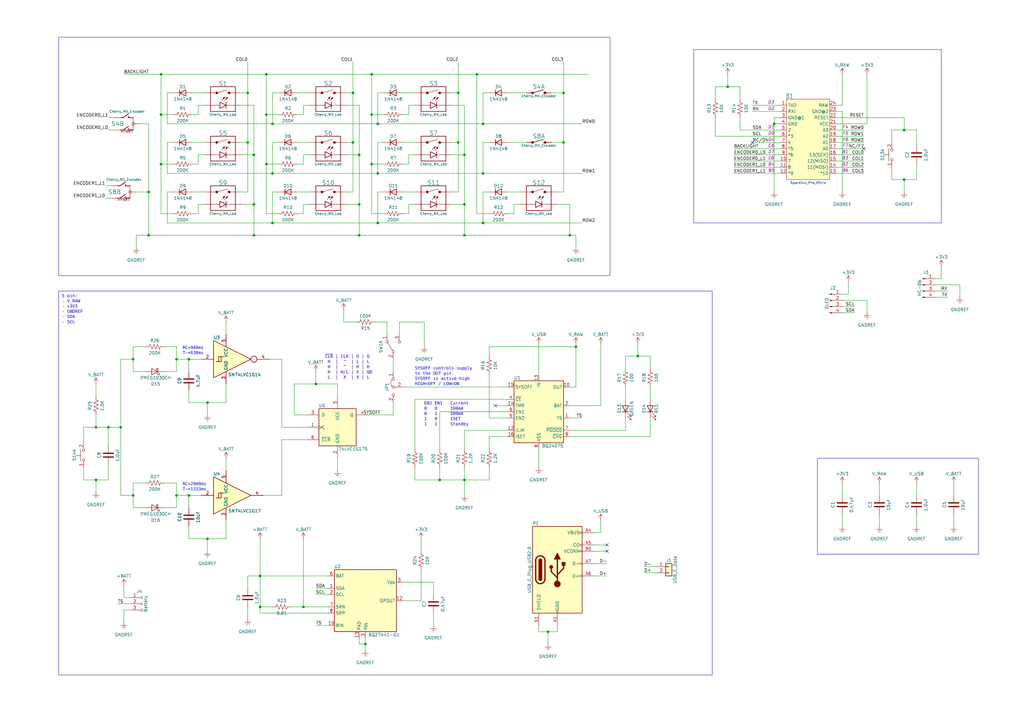
<source format=kicad_sch>
(kicad_sch (version 20250114) (generator "eeschema") (generator_version "9.0")
  (paper "A3")
  (title_block (title "BomboPad") (date "2024-07-22") (rev "v0.1.7") (company "Copyright (C) 2024 Gianni Bombelli <bombo82@giannibombelli.it>") (comment 1 "of the CERN-OHL-S v2 (https://ohwr.org/cern_ohl_s_v2.txt).") (comment 2 "You may redistribute and modify this source and make products using it under the terms") (comment 3 "any later version.") (comment 4 "This source describes Open Hardware and is licensed under the CERN-OHL-S v2 or"))
  (rectangle (start 335.28 187.96) (end 401.32 227.33))
  (rectangle (start 24.13 15.24) (end 250.19 113.03))
  (rectangle (start 24.13 119.38) (end 292.1 276.86))
  (rectangle (start 284.48 20.32) (end 386.08 91.44))
  (text "RC=2000ms\nT~=1333ms" (at 74.93 201.93 0) (effects (font (size 1.27 1.27)) (justify left bottom)))
  (text "SYSOFF controls supply\nto the OUT pin.\nSYSOFF is active-high\nHIGH=OFF / LOW=ON" (at 170.18 158.75 0) (effects (font (size 1.27 1.27)) (justify left bottom)))
  (text "5 pin:\n- V_RAW\n- +3V3\n- GNDREF\n- SDA\n- SCL" (at 25.4 133.35 0) (effects (font (size 1.27 1.27)) (justify left bottom)))
  (text "EN2 EN1   Current\n0   0     100mA\n0   1     500mA\n1   0     ISET\n1   1     Standby" (at 173.99 175.26 0) (effects (font (size 1.27 1.27)) (justify left bottom)))
  (text "~{CLR} | CLK | D | Q\n H  |  ^  | L | L\n H  |  ^  | H | H\n H  | H/L | X | Q0\n L  |  X  | X | L" (at 133.35 156.21 0) (effects (font (size 1.27 1.27)) (justify left bottom)))
  (text "RC=940ms\nT~=630ms" (at 74.93 146.05 0) (effects (font (size 1.27 1.27)) (justify left bottom)))
  (junction (at 231.14 58.42))
  (junction (at 154.94 71.12))
  (junction (at 106.68 248.92))
  (junction (at 124.46 248.92))
  (junction (at 72.39 203.2))
  (junction (at 298.45 35.56))
  (junction (at 198.12 91.44))
  (junction (at 49.53 175.26))
  (junction (at 233.68 96.52))
  (junction (at 149.86 264.16))
  (junction (at 198.12 71.12))
  (junction (at 261.62 146.05))
  (junction (at 106.68 236.22))
  (junction (at 154.94 50.8))
  (junction (at 101.6 58.42))
  (junction (at 60.96 96.52))
  (junction (at 111.76 50.8))
  (junction (at 370.84 73.66))
  (junction (at 85.09 165.1))
  (junction (at 104.14 63.5))
  (junction (at 66.04 30.48))
  (junction (at 154.94 91.44))
  (junction (at 370.84 53.34))
  (junction (at 147.32 63.5))
  (junction (at 54.61 147.32))
  (junction (at 317.5 50.8))
  (junction (at 190.5 96.52))
  (junction (at 66.04 46.99))
  (junction (at 187.96 38.1))
  (junction (at 109.22 46.99))
  (junction (at 104.14 96.52))
  (junction (at 111.76 71.12))
  (junction (at 190.5 83.82))
  (junction (at 39.37 175.26))
  (junction (at 66.04 67.31))
  (junction (at 195.58 30.48))
  (junction (at 152.4 46.99))
  (junction (at 109.22 30.48))
  (junction (at 111.76 91.44))
  (junction (at 198.12 50.8))
  (junction (at 190.5 63.5))
  (junction (at 85.09 220.98))
  (junction (at 109.22 67.31))
  (junction (at 144.78 58.42))
  (junction (at 152.4 67.31))
  (junction (at 180.34 196.85))
  (junction (at 231.14 38.1))
  (junction (at 187.96 58.42))
  (junction (at 54.61 203.2))
  (junction (at 77.47 147.32))
  (junction (at 104.14 83.82))
  (junction (at 39.37 196.85))
  (junction (at 190.5 196.85))
  (junction (at 60.96 78.74))
  (junction (at 236.22 142.24))
  (junction (at 144.78 38.1))
  (junction (at 101.6 38.1))
  (junction (at 152.4 30.48))
  (junction (at 224.79 259.08))
  (junction (at 147.32 96.52))
  (junction (at 147.32 83.82))
  (junction (at 129.54 157.48))
  (junction (at 72.39 147.32))
  (junction (at 44.45 175.26))
  (junction (at 77.47 203.2))
  (no_connect (at 248.92 223.52))
  (no_connect (at 248.92 226.06))
  (no_connect (at 308.61 58.42))
  (no_connect (at 354.33 60.96))
  (no_connect (at 203.2 166.37))
  (wire (pts (xy 39.37 196.85) (xy 34.29 196.85)))
  (wire (pts (xy 200.66 171.45) (xy 208.28 171.45)))
  (wire (pts (xy 167.64 43.18) (xy 167.64 46.99)))
  (wire (pts (xy 54.61 142.24) (xy 54.61 147.32)))
  (wire (pts (xy 210.82 83.82) (xy 210.82 87.63)))
  (wire (pts (xy 77.47 203.2) (xy 72.39 203.2)))
  (wire (pts (xy 106.68 236.22) (xy 134.62 236.22)))
  (wire (pts (xy 198.12 58.42) (xy 198.12 71.12)))
  (wire (pts (xy 85.09 226.06) (xy 85.09 220.98)))
  (wire (pts (xy 39.37 157.48) (xy 39.37 162.56)))
  (wire (pts (xy 59.69 198.12) (xy 54.61 198.12)))
  (wire (pts (xy 391.16 203.2) (xy 391.16 198.12)))
  (wire (pts (xy 138.43 157.48) (xy 129.54 157.48)))
  (wire (pts (xy 68.58 78.74) (xy 68.58 91.44)))
  (wire (pts (xy 68.58 91.44) (xy 111.76 91.44)))
  (wire (pts (xy 165.1 78.74) (xy 170.18 78.74)))
  (wire (pts (xy 261.62 140.97) (xy 261.62 146.05)))
  (wire (pts (xy 68.58 58.42) (xy 68.58 71.12)))
  (wire (pts (xy 347.98 115.57) (xy 347.98 120.65)))
  (wire (pts (xy 200.66 142.24) (xy 200.66 146.05)))
  (wire (pts (xy 109.22 30.48) (xy 109.22 46.99)))
  (wire (pts (xy 266.7 158.75) (xy 266.7 163.83)))
  (wire (pts (xy 298.45 35.56) (xy 303.53 35.56)))
  (wire (pts (xy 165.1 67.31) (xy 167.64 67.31)))
  (wire (pts (xy 59.69 152.4) (xy 54.61 152.4)))
  (wire (pts (xy 78.74 38.1) (xy 83.82 38.1)))
  (wire (pts (xy 60.96 50.8) (xy 60.96 78.74)))
  (wire (pts (xy 210.82 83.82) (xy 213.36 83.82)))
  (wire (pts (xy 66.04 87.63) (xy 71.12 87.63)))
  (wire (pts (xy 293.37 55.88) (xy 320.04 55.88)))
  (wire (pts (xy 99.06 63.5) (xy 104.14 63.5)))
  (wire (pts (xy 82.55 147.32) (xy 77.47 147.32)))
  (wire (pts (xy 111.76 38.1) (xy 111.76 50.8)))
  (wire (pts (xy 320.04 66.04) (xy 300.99 66.04)))
  (wire (pts (xy 161.29 170.18) (xy 161.29 165.1)))
  (wire (pts (xy 99.06 58.42) (xy 101.6 58.42)))
  (wire (pts (xy 115.57 180.34) (xy 125.73 180.34)))
  (wire (pts (xy 200.66 179.07) (xy 208.28 179.07)))
  (wire (pts (xy 78.74 67.31) (xy 81.28 67.31)))
  (wire (pts (xy 142.24 63.5) (xy 147.32 63.5)))
  (wire (pts (xy 243.84 218.44) (xy 246.38 218.44)))
  (wire (pts (xy 154.94 38.1) (xy 154.94 50.8)))
  (wire (pts (xy 66.04 30.48) (xy 109.22 30.48)))
  (wire (pts (xy 60.96 50.8) (xy 57.15 50.8)))
  (wire (pts (xy 121.92 78.74) (xy 127 78.74)))
  (wire (pts (xy 224.79 259.08) (xy 220.98 259.08)))
  (wire (pts (xy 39.37 175.26) (xy 44.45 175.26)))
  (wire (pts (xy 350.52 128.27) (xy 345.44 128.27)))
  (wire (pts (xy 370.84 53.34) (xy 375.92 53.34)))
  (wire (pts (xy 170.18 196.85) (xy 170.18 191.77)))
  (wire (pts (xy 170.18 163.83) (xy 208.28 163.83)))
  (wire (pts (xy 190.5 196.85) (xy 190.5 203.2)))
  (wire (pts (xy 185.42 78.74) (xy 187.96 78.74)))
  (wire (pts (xy 233.68 171.45) (xy 238.76 171.45)))
  (wire (pts (xy 342.9 66.04) (xy 354.33 66.04)))
  (wire (pts (xy 303.53 48.26) (xy 303.53 53.34)))
  (wire (pts (xy 203.2 166.37) (xy 208.28 166.37)))
  (wire (pts (xy 92.71 220.98) (xy 92.71 213.36)))
  (wire (pts (xy 81.28 63.5) (xy 81.28 67.31)))
  (wire (pts (xy 167.64 83.82) (xy 167.64 87.63)))
  (wire (pts (xy 101.6 58.42) (xy 101.6 78.74)))
  (wire (pts (xy 78.74 87.63) (xy 81.28 87.63)))
  (wire (pts (xy 248.92 231.14) (xy 243.84 231.14)))
  (wire (pts (xy 144.78 38.1) (xy 144.78 58.42)))
  (wire (pts (xy 370.84 48.26) (xy 370.84 53.34)))
  (wire (pts (xy 72.39 203.2) (xy 72.39 198.12)))
  (wire (pts (xy 224.79 259.08) (xy 224.79 264.16)))
  (wire (pts (xy 345.44 210.82) (xy 345.44 215.9)))
  (wire (pts (xy 147.32 264.16) (xy 149.86 264.16)))
  (wire (pts (xy 317.5 50.8) (xy 317.5 78.74)))
  (wire (pts (xy 54.61 147.32) (xy 54.61 152.4)))
  (wire (pts (xy 172.72 220.98) (xy 172.72 226.06)))
  (wire (pts (xy 68.58 38.1) (xy 71.12 38.1)))
  (wire (pts (xy 106.68 248.92) (xy 106.68 251.46)))
  (wire (pts (xy 375.92 210.82) (xy 375.92 215.9)))
  (wire (pts (xy 375.92 67.31) (xy 375.92 73.66)))
  (wire (pts (xy 144.78 58.42) (xy 144.78 78.74)))
  (wire (pts (xy 269.24 232.41) (xy 264.16 232.41)))
  (wire (pts (xy 190.5 43.18) (xy 190.5 63.5)))
  (wire (pts (xy 185.42 83.82) (xy 190.5 83.82)))
  (wire (pts (xy 44.45 190.5) (xy 44.45 196.85)))
  (wire (pts (xy 393.7 116.84) (xy 393.7 121.92)))
  (wire (pts (xy 375.92 203.2) (xy 375.92 198.12)))
  (wire (pts (xy 320.04 45.72) (xy 308.61 45.72)))
  (wire (pts (xy 34.29 175.26) (xy 34.29 181.61)))
  (wire (pts (xy 109.22 46.99) (xy 109.22 67.31)))
  (wire (pts (xy 68.58 38.1) (xy 68.58 50.8)))
  (wire (pts (xy 124.46 220.98) (xy 124.46 248.92)))
  (wire (pts (xy 236.22 142.24) (xy 236.22 158.75)))
  (wire (pts (xy 177.8 243.84) (xy 177.8 238.76)))
  (wire (pts (xy 233.68 83.82) (xy 233.68 96.52)))
  (wire (pts (xy 115.57 175.26) (xy 125.73 175.26)))
  (wire (pts (xy 111.76 50.8) (xy 154.94 50.8)))
  (wire (pts (xy 138.43 187.96) (xy 138.43 193.04)))
  (wire (pts (xy 233.68 96.52) (xy 236.22 96.52)))
  (wire (pts (xy 298.45 35.56) (xy 298.45 30.48)))
  (wire (pts (xy 106.68 220.98) (xy 106.68 236.22)))
  (wire (pts (xy 66.04 67.31) (xy 66.04 87.63)))
  (wire (pts (xy 60.96 78.74) (xy 55.88 78.74)))
  (wire (pts (xy 256.54 158.75) (xy 256.54 163.83)))
  (wire (pts (xy 342.9 60.96) (xy 354.33 60.96)))
  (wire (pts (xy 185.42 63.5) (xy 190.5 63.5)))
  (wire (pts (xy 233.68 158.75) (xy 236.22 158.75)))
  (wire (pts (xy 54.61 198.12) (xy 54.61 203.2)))
  (wire (pts (xy 78.74 78.74) (xy 83.82 78.74)))
  (wire (pts (xy 50.8 30.48) (xy 66.04 30.48)))
  (wire (pts (xy 78.74 58.42) (xy 83.82 58.42)))
  (wire (pts (xy 248.92 226.06) (xy 243.84 226.06)))
  (wire (pts (xy 120.65 170.18) (xy 125.73 170.18)))
  (wire (pts (xy 365.76 53.34) (xy 365.76 58.42)))
  (wire (pts (xy 146.05 132.08) (xy 140.97 132.08)))
  (wire (pts (xy 111.76 71.12) (xy 154.94 71.12)))
  (wire (pts (xy 147.32 96.52) (xy 190.5 96.52)))
  (wire (pts (xy 231.14 38.1) (xy 231.14 58.42)))
  (wire (pts (xy 293.37 48.26) (xy 293.37 55.88)))
  (wire (pts (xy 224.79 259.08) (xy 228.6 259.08)))
  (wire (pts (xy 365.76 68.58) (xy 365.76 73.66)))
  (wire (pts (xy 293.37 35.56) (xy 293.37 40.64)))
  (wire (pts (xy 129.54 157.48) (xy 120.65 157.48)))
  (wire (pts (xy 350.52 125.73) (xy 345.44 125.73)))
  (wire (pts (xy 101.6 38.1) (xy 101.6 58.42)))
  (wire (pts (xy 54.61 203.2) (xy 49.53 203.2)))
  (wire (pts (xy 124.46 248.92) (xy 134.62 248.92)))
  (wire (pts (xy 99.06 78.74) (xy 101.6 78.74)))
  (wire (pts (xy 342.9 55.88) (xy 354.33 55.88)))
  (wire (pts (xy 45.72 76.2) (xy 43.18 76.2)))
  (wire (pts (xy 66.04 30.48) (xy 66.04 46.99)))
  (wire (pts (xy 50.8 250.19) (xy 53.34 250.19)))
  (wire (pts (xy 231.14 58.42) (xy 231.14 78.74)))
  (wire (pts (xy 152.4 67.31) (xy 157.48 67.31)))
  (wire (pts (xy 68.58 78.74) (xy 71.12 78.74)))
  (wire (pts (xy 231.14 25.4) (xy 231.14 38.1)))
  (wire (pts (xy 266.7 146.05) (xy 266.7 151.13)))
  (wire (pts (xy 142.24 58.42) (xy 144.78 58.42)))
  (wire (pts (xy 345.44 45.72) (xy 345.44 78.74)))
  (wire (pts (xy 198.12 50.8) (xy 238.76 50.8)))
  (wire (pts (xy 81.28 43.18) (xy 81.28 46.99)))
  (wire (pts (xy 370.84 73.66) (xy 365.76 73.66)))
  (wire (pts (xy 81.28 63.5) (xy 83.82 63.5)))
  (wire (pts (xy 81.28 83.82) (xy 83.82 83.82)))
  (wire (pts (xy 77.47 220.98) (xy 85.09 220.98)))
  (wire (pts (xy 388.62 119.38) (xy 383.54 119.38)))
  (wire (pts (xy 99.06 38.1) (xy 101.6 38.1)))
  (wire (pts (xy 266.7 171.45) (xy 266.7 179.07)))
  (wire (pts (xy 152.4 46.99) (xy 152.4 67.31)))
  (wire (pts (xy 386.08 109.22) (xy 386.08 114.3)))
  (wire (pts (xy 106.68 236.22) (xy 106.68 248.92)))
  (wire (pts (xy 104.14 83.82) (xy 104.14 96.52)))
  (wire (pts (xy 46.99 53.34) (xy 44.45 53.34)))
  (wire (pts (xy 110.49 147.32) (xy 115.57 147.32)))
  (wire (pts (xy 106.68 251.46) (xy 134.62 251.46)))
  (wire (pts (xy 77.47 152.4) (xy 77.47 147.32)))
  (wire (pts (xy 246.38 213.36) (xy 246.38 218.44)))
  (wire (pts (xy 345.44 123.19) (xy 355.6 123.19)))
  (wire (pts (xy 195.58 30.48) (xy 241.3 30.48)))
  (wire (pts (xy 60.96 78.74) (xy 60.96 96.52)))
  (wire (pts (xy 293.37 35.56) (xy 298.45 35.56)))
  (wire (pts (xy 49.53 147.32) (xy 49.53 175.26)))
  (wire (pts (xy 200.66 191.77) (xy 200.66 196.85)))
  (wire (pts (xy 320.04 63.5) (xy 300.99 63.5)))
  (wire (pts (xy 355.6 123.19) (xy 355.6 128.27)))
  (wire (pts (xy 44.45 175.26) (xy 49.53 175.26)))
  (wire (pts (xy 151.13 170.18) (xy 161.29 170.18)))
  (wire (pts (xy 106.68 236.22) (xy 101.6 236.22)))
  (wire (pts (xy 342.9 71.12) (xy 354.33 71.12)))
  (wire (pts (xy 59.69 208.28) (xy 54.61 208.28)))
  (wire (pts (xy 50.8 245.11) (xy 53.34 245.11)))
  (wire (pts (xy 149.86 266.7) (xy 149.86 264.16)))
  (wire (pts (xy 208.28 87.63) (xy 210.82 87.63)))
  (wire (pts (xy 303.53 40.64) (xy 303.53 35.56)))
  (wire (pts (xy 198.12 71.12) (xy 238.76 71.12)))
  (wire (pts (xy 383.54 116.84) (xy 393.7 116.84)))
  (wire (pts (xy 92.71 157.48) (xy 92.71 165.1)))
  (wire (pts (xy 345.44 198.12) (xy 345.44 203.2)))
  (wire (pts (xy 77.47 220.98) (xy 77.47 215.9)))
  (wire (pts (xy 180.34 168.91) (xy 180.34 184.15)))
  (wire (pts (xy 34.29 191.77) (xy 34.29 196.85)))
  (wire (pts (xy 152.4 30.48) (xy 152.4 46.99)))
  (wire (pts (xy 121.92 46.99) (xy 124.46 46.99)))
  (wire (pts (xy 320.04 43.18) (xy 308.61 43.18)))
  (wire (pts (xy 161.29 152.4) (xy 161.29 147.32)))
  (wire (pts (xy 104.14 63.5) (xy 104.14 83.82)))
  (wire (pts (xy 68.58 58.42) (xy 71.12 58.42)))
  (wire (pts (xy 119.38 248.92) (xy 124.46 248.92)))
  (wire (pts (xy 154.94 58.42) (xy 157.48 58.42)))
  (wire (pts (xy 388.62 121.92) (xy 383.54 121.92)))
  (wire (pts (xy 198.12 58.42) (xy 200.66 58.42)))
  (wire (pts (xy 172.72 246.38) (xy 172.72 233.68)))
  (wire (pts (xy 200.66 142.24) (xy 236.22 142.24)))
  (wire (pts (xy 220.98 140.97) (xy 220.98 153.67)))
  (wire (pts (xy 99.06 83.82) (xy 104.14 83.82)))
  (wire (pts (xy 77.47 165.1) (xy 77.47 160.02)))
  (wire (pts (xy 190.5 63.5) (xy 190.5 83.82)))
  (wire (pts (xy 72.39 208.28) (xy 67.31 208.28)))
  (wire (pts (xy 375.92 73.66) (xy 370.84 73.66)))
  (wire (pts (xy 236.22 140.97) (xy 236.22 142.24)))
  (wire (pts (xy 233.68 166.37) (xy 246.38 166.37)))
  (wire (pts (xy 198.12 38.1) (xy 200.66 38.1)))
  (wire (pts (xy 345.44 30.48) (xy 345.44 43.18)))
  (wire (pts (xy 180.34 168.91) (xy 208.28 168.91)))
  (wire (pts (xy 370.84 78.74) (xy 370.84 73.66)))
  (wire (pts (xy 154.94 91.44) (xy 198.12 91.44)))
  (wire (pts (xy 92.71 132.08) (xy 92.71 137.16)))
  (wire (pts (xy 165.1 238.76) (xy 177.8 238.76)))
  (wire (pts (xy 111.76 91.44) (xy 154.94 91.44)))
  (wire (pts (xy 187.96 38.1) (xy 187.96 58.42)))
  (wire (pts (xy 198.12 38.1) (xy 198.12 50.8)))
  (wire (pts (xy 111.76 78.74) (xy 111.76 91.44)))
  (wire (pts (xy 147.32 83.82) (xy 147.32 96.52)))
  (wire (pts (xy 121.92 38.1) (xy 127 38.1)))
  (wire (pts (xy 85.09 220.98) (xy 92.71 220.98)))
  (wire (pts (xy 111.76 38.1) (xy 114.3 38.1)))
  (wire (pts (xy 220.98 191.77) (xy 220.98 184.15)))
  (wire (pts (xy 152.4 87.63) (xy 157.48 87.63)))
  (wire (pts (xy 138.43 162.56) (xy 138.43 157.48)))
  (wire (pts (xy 248.92 223.52) (xy 243.84 223.52)))
  (wire (pts (xy 383.54 114.3) (xy 386.08 114.3)))
  (wire (pts (xy 59.69 142.24) (xy 54.61 142.24)))
  (wire (pts (xy 81.28 43.18) (xy 83.82 43.18)))
  (wire (pts (xy 342.9 50.8) (xy 355.6 50.8)))
  (wire (pts (xy 165.1 38.1) (xy 170.18 38.1)))
  (wire (pts (xy 46.99 48.26) (xy 44.45 48.26)))
  (wire (pts (xy 248.92 236.22) (xy 243.84 236.22)))
  (wire (pts (xy 92.71 193.04) (xy 92.71 187.96)))
  (wire (pts (xy 167.64 83.82) (xy 170.18 83.82)))
  (wire (pts (xy 120.65 157.48) (xy 120.65 170.18)))
  (wire (pts (xy 66.04 46.99) (xy 66.04 67.31)))
  (wire (pts (xy 236.22 101.6) (xy 236.22 96.52)))
  (wire (pts (xy 208.28 78.74) (xy 213.36 78.74)))
  (wire (pts (xy 109.22 30.48) (xy 152.4 30.48)))
  (wire (pts (xy 121.92 67.31) (xy 124.46 67.31)))
  (wire (pts (xy 256.54 146.05) (xy 261.62 146.05)))
  (wire (pts (xy 163.83 137.16) (xy 163.83 132.08)))
  (wire (pts (xy 342.9 63.5) (xy 354.33 63.5)))
  (wire (pts (xy 149.86 264.16) (xy 149.86 261.62)))
  (wire (pts (xy 360.68 198.12) (xy 360.68 203.2)))
  (wire (pts (xy 185.42 43.18) (xy 190.5 43.18)))
  (wire (pts (xy 246.38 140.97) (xy 246.38 166.37)))
  (wire (pts (xy 317.5 48.26) (xy 317.5 50.8)))
  (wire (pts (xy 142.24 43.18) (xy 147.32 43.18)))
  (wire (pts (xy 342.9 45.72) (xy 345.44 45.72)))
  (wire (pts (xy 45.72 81.28) (xy 43.18 81.28)))
  (wire (pts (xy 39.37 170.18) (xy 39.37 175.26)))
  (wire (pts (xy 54.61 147.32) (xy 49.53 147.32)))
  (wire (pts (xy 77.47 147.32) (xy 72.39 147.32)))
  (wire (pts (xy 82.55 203.2) (xy 77.47 203.2)))
  (wire (pts (xy 152.4 46.99) (xy 157.48 46.99)))
  (wire (pts (xy 124.46 43.18) (xy 127 43.18)))
  (wire (pts (xy 107.95 203.2) (xy 115.57 203.2)))
  (wire (pts (xy 170.18 196.85) (xy 180.34 196.85)))
  (wire (pts (xy 163.83 132.08) (xy 173.99 132.08)))
  (wire (pts (xy 165.1 158.75) (xy 208.28 158.75)))
  (wire (pts (xy 228.6 78.74) (xy 231.14 78.74)))
  (wire (pts (xy 208.28 38.1) (xy 215.9 38.1)))
  (wire (pts (xy 360.68 210.82) (xy 360.68 215.9)))
  (wire (pts (xy 208.28 58.42) (xy 215.9 58.42)))
  (wire (pts (xy 39.37 175.26) (xy 34.29 175.26)))
  (wire (pts (xy 66.04 67.31) (xy 71.12 67.31)))
  (wire (pts (xy 72.39 147.32) (xy 72.39 152.4)))
  (wire (pts (xy 195.58 30.48) (xy 195.58 87.63)))
  (wire (pts (xy 50.8 240.03) (xy 50.8 245.11)))
  (wire (pts (xy 345.44 120.65) (xy 347.98 120.65)))
  (wire (pts (xy 269.24 234.95) (xy 264.16 234.95)))
  (wire (pts (xy 44.45 182.88) (xy 44.45 175.26)))
  (wire (pts (xy 129.54 243.84) (xy 134.62 243.84)))
  (wire (pts (xy 50.8 250.19) (xy 50.8 255.27)))
  (wire (pts (xy 142.24 38.1) (xy 144.78 38.1)))
  (wire (pts (xy 111.76 58.42) (xy 114.3 58.42)))
  (wire (pts (xy 104.14 43.18) (xy 104.14 63.5)))
  (wire (pts (xy 154.94 71.12) (xy 198.12 71.12)))
  (wire (pts (xy 198.12 91.44) (xy 238.76 91.44)))
  (wire (pts (xy 55.88 96.52) (xy 60.96 96.52)))
  (wire (pts (xy 226.06 38.1) (xy 231.14 38.1)))
  (wire (pts (xy 147.32 43.18) (xy 147.32 63.5)))
  (wire (pts (xy 101.6 25.4) (xy 101.6 38.1)))
  (wire (pts (xy 68.58 71.12) (xy 111.76 71.12)))
  (wire (pts (xy 158.75 132.08) (xy 153.67 132.08)))
  (wire (pts (xy 140.97 127) (xy 140.97 132.08)))
  (wire (pts (xy 320.04 71.12) (xy 300.99 71.12)))
  (wire (pts (xy 60.96 96.52) (xy 104.14 96.52)))
  (wire (pts (xy 77.47 165.1) (xy 85.09 165.1)))
  (wire (pts (xy 391.16 215.9) (xy 391.16 210.82)))
  (wire (pts (xy 142.24 78.74) (xy 144.78 78.74)))
  (wire (pts (xy 320.04 60.96) (xy 300.99 60.96)))
  (wire (pts (xy 72.39 142.24) (xy 67.31 142.24)))
  (wire (pts (xy 72.39 203.2) (xy 72.39 208.28)))
  (wire (pts (xy 81.28 83.82) (xy 81.28 87.63)))
  (wire (pts (xy 342.9 43.18) (xy 345.44 43.18)))
  (wire (pts (xy 185.42 58.42) (xy 187.96 58.42)))
  (wire (pts (xy 342.9 48.26) (xy 370.84 48.26)))
  (wire (pts (xy 124.46 63.5) (xy 127 63.5)))
  (wire (pts (xy 53.34 247.65) (xy 48.26 247.65)))
  (wire (pts (xy 190.5 96.52) (xy 233.68 96.52)))
  (wire (pts (xy 77.47 208.28) (xy 77.47 203.2)))
  (wire (pts (xy 39.37 201.93) (xy 39.37 196.85)))
  (wire (pts (xy 167.64 63.5) (xy 170.18 63.5)))
  (wire (pts (xy 121.92 87.63) (xy 124.46 87.63)))
  (wire (pts (xy 220.98 259.08) (xy 220.98 256.54)))
  (wire (pts (xy 180.34 191.77) (xy 180.34 196.85)))
  (wire (pts (xy 165.1 87.63) (xy 167.64 87.63)))
  (wire (pts (xy 129.54 157.48) (xy 129.54 152.4)))
  (wire (pts (xy 170.18 163.83) (xy 170.18 184.15)))
  (wire (pts (xy 44.45 196.85) (xy 39.37 196.85)))
  (wire (pts (xy 85.09 165.1) (xy 92.71 165.1)))
  (wire (pts (xy 185.42 38.1) (xy 187.96 38.1)))
  (wire (pts (xy 147.32 63.5) (xy 147.32 83.82)))
  (wire (pts (xy 165.1 246.38) (xy 172.72 246.38)))
  (wire (pts (xy 49.53 175.26) (xy 49.53 203.2)))
  (wire (pts (xy 320.04 50.8) (xy 317.5 50.8)))
  (wire (pts (xy 72.39 152.4) (xy 67.31 152.4)))
  (wire (pts (xy 200.66 184.15) (xy 200.66 179.07)))
  (wire (pts (xy 144.78 25.4) (xy 144.78 38.1)))
  (wire (pts (xy 68.58 50.8) (xy 111.76 50.8)))
  (wire (pts (xy 167.64 63.5) (xy 167.64 67.31)))
  (wire (pts (xy 190.5 83.82) (xy 190.5 96.52)))
  (wire (pts (xy 233.68 179.07) (xy 266.7 179.07)))
  (wire (pts (xy 233.68 176.53) (xy 256.54 176.53)))
  (wire (pts (xy 320.04 48.26) (xy 317.5 48.26)))
  (wire (pts (xy 104.14 96.52) (xy 147.32 96.52)))
  (wire (pts (xy 355.6 30.48) (xy 355.6 50.8)))
  (wire (pts (xy 154.94 78.74) (xy 157.48 78.74)))
  (wire (pts (xy 85.09 170.18) (xy 85.09 165.1)))
  (wire (pts (xy 165.1 58.42) (xy 170.18 58.42)))
  (wire (pts (xy 152.4 30.48) (xy 195.58 30.48)))
  (wire (pts (xy 115.57 203.2) (xy 115.57 180.34)))
  (wire (pts (xy 78.74 46.99) (xy 81.28 46.99)))
  (wire (pts (xy 342.9 58.42) (xy 354.33 58.42)))
  (wire (pts (xy 261.62 146.05) (xy 266.7 146.05)))
  (wire (pts (xy 187.96 58.42) (xy 187.96 78.74)))
  (wire (pts (xy 109.22 67.31) (xy 109.22 87.63)))
  (wire (pts (xy 154.94 38.1) (xy 157.48 38.1)))
  (wire (pts (xy 109.22 46.99) (xy 114.3 46.99)))
  (wire (pts (xy 190.5 176.53) (xy 208.28 176.53)))
  (wire (pts (xy 109.22 87.63) (xy 114.3 87.63)))
  (wire (pts (xy 165.1 46.99) (xy 167.64 46.99)))
  (wire (pts (xy 109.22 67.31) (xy 114.3 67.31)))
  (wire (pts (xy 72.39 198.12) (xy 67.31 198.12)))
  (wire (pts (xy 154.94 50.8) (xy 198.12 50.8)))
  (wire (pts (xy 256.54 171.45) (xy 256.54 176.53)))
  (wire (pts (xy 198.12 78.74) (xy 200.66 78.74)))
  (wire (pts (xy 129.54 256.54) (xy 134.62 256.54)))
  (wire (pts (xy 365.76 53.34) (xy 370.84 53.34)))
  (wire (pts (xy 121.92 58.42) (xy 127 58.42)))
  (wire (pts (xy 375.92 59.69) (xy 375.92 53.34)))
  (wire (pts (xy 190.5 191.77) (xy 190.5 196.85)))
  (wire (pts (xy 198.12 78.74) (xy 198.12 91.44)))
  (wire (pts (xy 111.76 58.42) (xy 111.76 71.12)))
  (wire (pts (xy 99.06 43.18) (xy 104.14 43.18)))
  (wire (pts (xy 101.6 254) (xy 101.6 248.92)))
  (wire (pts (xy 200.66 153.67) (xy 200.66 171.45)))
  (wire (pts (xy 320.04 58.42) (xy 308.61 58.42)))
  (wire (pts (xy 190.5 184.15) (xy 190.5 176.53)))
  (wire (pts (xy 54.61 203.2) (xy 54.61 208.28)))
  (wire (pts (xy 195.58 87.63) (xy 200.66 87.63)))
  (wire (pts (xy 342.9 53.34) (xy 354.33 53.34)))
  (wire (pts (xy 342.9 68.58) (xy 354.33 68.58)))
  (wire (pts (xy 111.76 78.74) (xy 114.3 78.74)))
  (wire (pts (xy 228.6 259.08) (xy 228.6 256.54)))
  (wire (pts (xy 167.64 43.18) (xy 170.18 43.18)))
  (wire (pts (xy 228.6 83.82) (xy 233.68 83.82)))
  (wire (pts (xy 129.54 241.3) (xy 134.62 241.3)))
  (wire (pts (xy 147.32 261.62) (xy 147.32 264.16)))
  (wire (pts (xy 226.06 58.42) (xy 231.14 58.42)))
  (wire (pts (xy 177.8 256.54) (xy 177.8 251.46)))
  (wire (pts (xy 187.96 25.4) (xy 187.96 38.1)))
  (wire (pts (xy 320.04 68.58) (xy 300.99 68.58)))
  (wire (pts (xy 124.46 63.5) (xy 124.46 67.31)))
  (wire (pts (xy 154.94 78.74) (xy 154.94 91.44)))
  (wire (pts (xy 152.4 67.31) (xy 152.4 87.63)))
  (wire (pts (xy 173.99 132.08) (xy 173.99 142.24)))
  (wire (pts (xy 124.46 83.82) (xy 124.46 87.63)))
  (wire (pts (xy 200.66 196.85) (xy 190.5 196.85)))
  (wire (pts (xy 303.53 53.34) (xy 320.04 53.34)))
  (wire (pts (xy 66.04 46.99) (xy 71.12 46.99)))
  (wire (pts (xy 101.6 241.3) (xy 101.6 236.22)))
  (wire (pts (xy 158.75 137.16) (xy 158.75 132.08)))
  (wire (pts (xy 124.46 83.82) (xy 127 83.82)))
  (wire (pts (xy 154.94 58.42) (xy 154.94 71.12)))
  (wire (pts (xy 256.54 151.13) (xy 256.54 146.05)))
  (wire (pts (xy 72.39 147.32) (xy 72.39 142.24)))
  (wire (pts (xy 180.34 196.85) (xy 190.5 196.85)))
  (wire (pts (xy 106.68 248.92) (xy 111.76 248.92)))
  (wire (pts (xy 142.24 83.82) (xy 147.32 83.82)))
  (wire (pts (xy 115.57 147.32) (xy 115.57 175.26)))
  (wire (pts (xy 55.88 96.52) (xy 55.88 101.6)))
  (wire (pts (xy 124.46 43.18) (xy 124.46 46.99)))
  (label "TS" (at 48.26 247.65 0))
  (label "ENCODER1_L1" (at 43.18 76.2 180) (effects (font (size 1.2446 1.2446))))
  (label "ENCODER1_L1" (at 300.99 71.12 0) (effects (font (size 1.2446 1.2446))) (property "Label" "B5" (at 314.96 69.85 0) (effects (font (italic yes)) (justify left))))
  (label "TS" (at 238.76 171.45 180))
  (label "ROW1" (at 238.76 71.12 0) (effects (font (size 1.2446 1.2446))))
  (label "SDA" (at 350.52 128.27 180))
  (label "ENCODER0_L1" (at 44.45 48.26 180) (effects (font (size 1.2446 1.2446))))
  (label "ROW0" (at 354.33 53.34 180) (effects (font (size 1.2446 1.2446))) (property "Label" "F4" (at 347.98 52.07 0) (effects (font (italic yes)) (justify right))))
  (label "D-" (at 248.92 231.14 180))
  (label "COL3" (at 231.14 25.4 180) (effects (font (size 1.2446 1.2446))))
  (label "NC{slash}D4" (at 308.61 58.42 0) (property "Label" "D4" (at 314.96 57.15 0) (effects (font (italic yes)) (justify left))))
  (label "D+" (at 264.16 234.95 0))
  (label "SCL" (at 308.61 55.88 0) (property "Label" "D0" (at 314.96 54.61 0) (effects (font (italic yes)) (justify left))))
  (label "D+" (at 248.92 236.22 180))
  (label "SDA" (at 308.61 53.34 0) (property "Label" "D1" (at 314.96 52.07 0) (effects (font (italic yes)) (justify left))))
  (label "ROW2" (at 238.76 91.44 0) (effects (font (size 1.2446 1.2446))))
  (label "ROW1" (at 354.33 55.88 180) (effects (font (size 1.2446 1.2446))) (property "Label" "F5" (at 347.98 54.61 0) (effects (font (italic yes)) (justify right))))
  (label "ENCODER1_L0" (at 43.18 81.28 180) (effects (font (size 1.2446 1.2446))))
  (label "NC{slash}F7" (at 354.33 60.96 180) (effects (font (size 1.2446 1.2446))) (property "Label" "F7" (at 347.98 59.69 0) (effects (font (italic yes)) (justify right))))
  (label "COL2" (at 354.33 68.58 180) (effects (font (size 1.2446 1.2446))) (property "Label" "B2" (at 347.98 67.31 0) (effects (font (italic yes)) (justify right))))
  (label "COL0" (at 101.6 25.4 180) (effects (font (size 1.2446 1.2446))))
  (label "RX" (at 308.61 45.72 0) (effects (font (size 1.2446 1.2446))) (property "Label" "D2" (at 314.96 44.45 0) (effects (font (italic yes)) (justify left))))
  (label "SCL" (at 129.54 243.84 0))
  (label "RESET" (at 354.33 48.26 180) (effects (font (size 1.2446 1.2446))))
  (label "COL1" (at 144.78 25.4 180) (effects (font (size 1.2446 1.2446))))
  (label "ENCODER0_L0" (at 300.99 63.5 0) (effects (font (size 1.2446 1.2446))) (property "Label" "D7" (at 314.96 62.23 0) (effects (font (italic yes)) (justify left))))
  (label "D-" (at 264.16 232.41 0))
  (label "BACKLIGHT" (at 50.8 30.48 0))
  (label "RX" (at 388.62 119.38 180))
  (label "TX" (at 388.62 121.92 180))
  (label "ROW2" (at 354.33 58.42 180) (effects (font (size 1.2446 1.2446))) (property "Label" "F6" (at 347.98 57.15 0) (effects (font (italic yes)) (justify right))))
  (label "SDA" (at 129.54 241.3 0))
  (label "ENCODER0_L1" (at 300.99 66.04 0) (effects (font (size 1.2446 1.2446))) (property "Label" "E6" (at 314.96 64.77 0) (effects (font (italic yes)) (justify left))))
  (label "COL2" (at 187.96 25.4 180) (effects (font (size 1.2446 1.2446))))
  (label "ENCODER0_L0" (at 44.45 53.34 180) (effects (font (size 1.2446 1.2446))))
  (label "TX" (at 308.61 43.18 0) (effects (font (size 1.2446 1.2446))) (property "Label" "D3" (at 316.23 41.91 0) (effects (font (italic yes)))))
  (label "SYSOFF" (at 156.21 170.18 180))
  (label "SCL" (at 350.52 125.73 180))
  (label "COL3" (at 354.33 71.12 180) (effects (font (size 1.2446 1.2446))) (property "Label" "B6" (at 347.98 69.85 0) (effects (font (italic yes)) (justify right))))
  (label "ROW0" (at 238.76 50.8 0) (effects (font (size 1.2446 1.2446))))
  (label "TS" (at 129.54 256.54 0))
  (label "ENCODER1_L0" (at 300.99 68.58 0) (effects (font (size 1.2446 1.2446))) (property "Label" "B4" (at 314.96 67.31 0) (effects (font (italic yes)) (justify left))))
  (label "COL0" (at 354.33 63.5 180) (effects (font (size 1.2446 1.2446))) (property "Label" "B1" (at 347.98 62.23 0) (effects (font (italic yes)) (justify right))))
  (label "COL1" (at 354.33 66.04 180) (effects (font (size 1.2446 1.2446))) (property "Label" "B3" (at 347.98 64.77 0) (effects (font (italic yes)) (justify right))))
  (label "BACKLIGHT" (at 300.99 60.96 0) (effects (font (size 1.2446 1.2446))) (property "Label" "C6" (at 314.96 59.69 0) (effects (font (italic yes)) (justify left))))
  (symbol (lib_id "Cherry_MX_Led:Cherry_MX_Led") (at 220.98 81.28 0) (unit 1)
    (property "Reference" "S12" (at 220.98 74.93 0) (effects (font (size 1.778 1.778))))
    (property "Value" "Cherry_MX_Led" (at 220.98 87.63 0) (effects (font (size 1 1))))
    (property "Footprint" "footprints:SW_Cherry_MX_Led_1.00u_PCB" (effects (hide yes)))
  )
  (symbol (lib_id "Battery_Management:BQ27441-G1") (at 149.86 246.38 0) (unit 1)
    (property "Reference" "U2" (at 138.43 232.41 0))
    (property "Value" "BQ27441-G1" (at 157.48 260.35 0))
    (property "Footprint" "Package_SON:Texas_S-PDSO-N12" (effects (hide yes)))
    (property "Datasheet" "http://www.ti.com/lit/ds/symlink/bq27441-g1.pdf" (effects (hide yes)))
  )
  (symbol (lib_id "power:GNDREF") (at 391.16 215.9 0) (unit 1)
    (property "Reference" "#PWR045" (effects (hide yes)))
    (property "Value" "GNDREF" (at 391.16 220.98 0))
  )
  (symbol (lib_id "Device:R_US") (at 118.11 46.99 90) (unit 1)
    (property "Reference" "R2" (at 118.11 44.45 90))
    (property "Value" "200K" (at 118.11 49.53 90))
    (property "Footprint" "Resistor_THT:R_Axial_DIN0207_L6.3mm_D2.5mm_P10.16mm_Horizontal" (effects (hide yes)))
  )
  (symbol (lib_id "Device:R_US") (at 39.37 166.37 180) (unit 1)
    (property "Reference" "R25" (at 36.83 166.37 90))
    (property "Value" "1.0K" (at 41.91 166.37 90))
    (property "Footprint" "Resistor_THT:R_Axial_DIN0207_L6.3mm_D2.5mm_P10.16mm_Horizontal" (effects (hide yes)))
  )
  (symbol (lib_id "power_custom:V_RAW") (at 236.22 140.97 0) (unit 1)
    (property "Reference" "#PWR027" (effects (hide yes)))
    (property "Value" "V_RAW" (at 236.22 137.16 0))
  )
  (symbol (lib_id "Connector:USB_C_Plug_USB2.0") (at 228.6 233.68 0) (unit 1)
    (property "Reference" "P1" (at 219.71 214.63 0))
    (property "Value" "USB_C_Plug_USB2.0" (at 217.17 233.68 90))
    (property "Datasheet" "https://www.usb.org/sites/default/files/documents/usb_type-c.zip" (effects (hide yes)))
  )
  (symbol (lib_id "power_custom:V_BATT") (at 92.71 132.08 0) (unit 1)
    (property "Reference" "#PWR022" (effects (hide yes)))
    (property "Value" "V_BATT" (at 92.71 128.27 0))
  )
  (symbol (lib_id "Diode:1N4148") (at 204.47 78.74 0) (unit 1)
    (property "Reference" "D12" (at 204.47 76.2 0))
    (property "Value" "1N4148" (at 204.47 81.28 0))
    (property "Footprint" "Diode_THT:D_DO-35_SOD27_P7.62mm_Horizontal" (effects (hide yes)))
    (property "Datasheet" "https://assets.nexperia.com/documents/data-sheet/1N4148_1N4448.pdf" (effects (hide yes)))
    (property "Sim.Device" "D" (effects (hide yes)))
    (property "Sim.Pins" "1=K 2=A" (effects (hide yes)))
  )
  (symbol (lib_id "Cherry_MX_Led:Cherry_MX_Led") (at 91.44 60.96 0) (unit 1)
    (property "Reference" "S5" (at 91.44 54.61 0) (effects (font (size 1.778 1.778))))
    (property "Value" "Cherry_MX_Led" (at 91.44 67.31 0) (effects (font (size 1 1))))
    (property "Footprint" "footprints:SW_Cherry_MX_Led_1.00u_PCB" (effects (hide yes)))
  )
  (symbol (lib_id "power:GNDREF") (at 85.09 226.06 0) (unit 1)
    (property "Reference" "#PWR018" (effects (hide yes)))
    (property "Value" "GNDREF" (at 85.09 231.14 0))
  )
  (symbol (lib_id "power_custom:V_RAW") (at 345.44 30.48 0) (unit 1)
    (property "Reference" "#PWR028" (effects (hide yes)))
    (property "Value" "V_RAW" (at 345.44 26.67 0))
  )
  (symbol (lib_id "power:+3V3") (at 261.62 140.97 0) (unit 1)
    (property "Reference" "#PWR020" (effects (hide yes)))
    (property "Value" "+3V3" (at 261.62 137.16 0))
  )
  (symbol (lib_id "Connector:Conn_01x04_Pin") (at 378.46 116.84 0) (unit 1)
    (property "Reference" "J3" (at 379.73 111.76 0))
    (property "Value" "HC-06" (at 377.19 118.11 90))
  )
  (symbol (lib_id "power:GNDREF") (at 375.92 215.9 0) (unit 1)
    (property "Reference" "#PWR043" (effects (hide yes)))
    (property "Value" "GNDREF" (at 375.92 220.98 0))
  )
  (symbol (lib_id "power:GNDREF") (at 236.22 101.6 0) (unit 1)
    (property "Reference" "#PWR02" (effects (hide yes)))
    (property "Value" "GNDREF" (at 236.22 106.68 0))
  )
  (symbol (lib_id "Device:R_US") (at 161.29 87.63 90) (unit 1)
    (property "Reference" "R11" (at 161.29 85.09 90))
    (property "Value" "200K" (at 161.29 90.17 90))
    (property "Footprint" "Resistor_THT:R_Axial_DIN0207_L6.3mm_D2.5mm_P10.16mm_Horizontal" (effects (hide yes)))
  )
  (symbol (lib_id "power:GNDREF") (at 345.44 215.9 0) (unit 1)
    (property "Reference" "#PWR039" (effects (hide yes)))
    (property "Value" "GNDREF" (at 345.44 220.98 0))
  )
  (symbol (lib_id "Device:R_US") (at 74.93 87.63 90) (unit 1)
    (property "Reference" "R9" (at 74.93 85.09 90))
    (property "Value" "200K" (at 74.93 90.17 90))
    (property "Footprint" "Resistor_THT:R_Axial_DIN0207_L6.3mm_D2.5mm_P10.16mm_Horizontal" (effects (hide yes)))
  )
  (symbol (lib_id "Device:R_US") (at 74.93 67.31 90) (unit 1)
    (property "Reference" "R5" (at 74.93 64.77 90))
    (property "Value" "200K" (at 74.93 69.85 90))
    (property "Footprint" "Resistor_THT:R_Axial_DIN0207_L6.3mm_D2.5mm_P10.16mm_Horizontal" (effects (hide yes)))
  )
  (symbol (lib_id "power_custom:V_BATT") (at 129.54 152.4 0) (unit 1)
    (property "Reference" "#PWR07" (effects (hide yes)))
    (property "Value" "V_BATT" (at 129.54 148.59 0))
  )
  (symbol (lib_id "Device:R_US") (at 200.66 187.96 180) (unit 1)
    (property "Reference" "R22" (at 198.12 187.96 90))
    (property "Value" "1.2K" (at 203.2 187.96 90))
    (property "Footprint" "Resistor_THT:R_Axial_DIN0207_L6.3mm_D2.5mm_P10.16mm_Horizontal" (effects (hide yes)))
  )
  (symbol (lib_id "Switch:SW_Push_Dual_x2") (at 365.76 63.5 90) (unit 1)
    (property "Reference" "S13" (at 361.95 63.5 0))
    (property "Value" "SW_Push_Dual_x2" (effects (hide yes)))
  )
  (symbol (lib_id "Diode:1N4148") (at 118.11 38.1 0) (unit 1)
    (property "Reference" "D2" (at 118.11 35.56 0))
    (property "Value" "1N4148" (at 118.11 40.64 0))
    (property "Footprint" "Diode_THT:D_DO-35_SOD27_P7.62mm_Horizontal" (effects (hide yes)))
    (property "Datasheet" "https://assets.nexperia.com/documents/data-sheet/1N4148_1N4448.pdf" (effects (hide yes)))
    (property "Sim.Device" "D" (effects (hide yes)))
    (property "Sim.Pins" "1=K 2=A" (effects (hide yes)))
  )
  (symbol (lib_id "Device:C") (at 101.6 245.11 0) (unit 1)
    (property "Reference" "C6" (at 97.79 245.11 90))
    (property "Value" "1.0uF" (at 105.41 245.11 90))
    (property "Footprint" "Capacitor_THT:C_Disc_D4.7mm_W2.5mm_P5.00mm" (effects (hide yes)))
  )
  (symbol (lib_id "Device:R_US") (at 303.53 44.45 180) (unit 1)
    (property "Reference" "R14" (at 300.99 44.45 90))
    (property "Value" "10K" (at 306.07 44.45 90))
    (property "Footprint" "Resistor_THT:R_Axial_DIN0207_L6.3mm_D2.5mm_P10.16mm_Horizontal" (effects (hide yes)))
  )
  (symbol (lib_id "Device:R_US") (at 74.93 46.99 90) (unit 1)
    (property "Reference" "R1" (at 74.93 44.45 90))
    (property "Value" "200K" (at 74.93 49.53 90))
    (property "Footprint" "Resistor_THT:R_Axial_DIN0207_L6.3mm_D2.5mm_P10.16mm_Horizontal" (effects (hide yes)))
  )
  (symbol (lib_id "power:GNDREF") (at 101.6 254 0) (unit 1)
    (property "Reference" "#PWR021" (effects (hide yes)))
    (property "Value" "GNDREF" (at 101.6 259.08 0))
  )
  (symbol (lib_id "Cherry_MX_Led:Cherry_MX_Led") (at 91.44 81.28 0) (unit 1)
    (property "Reference" "S9" (at 91.44 74.93 0) (effects (font (size 1.778 1.778))))
    (property "Value" "Cherry_MX_Led" (at 91.44 87.63 0) (effects (font (size 1 1))))
    (property "Footprint" "footprints:SW_Cherry_MX_Led_1.00u_PCB" (effects (hide yes)))
  )
  (symbol (lib_id "power_custom:V_RAW") (at 360.68 198.12 0) (unit 1)
    (property "Reference" "#PWR040" (effects (hide yes)))
    (property "Value" "V_RAW" (at 360.68 194.31 0))
  )
  (symbol (lib_id "power:GNDREF") (at 224.79 264.16 0) (unit 1)
    (property "Reference" "#PWR031" (effects (hide yes)))
    (property "Value" "GNDREF" (at 224.79 269.24 0))
  )
  (symbol (lib_id "Device:R_US") (at 204.47 87.63 90) (unit 1)
    (property "Reference" "R12" (at 204.47 85.09 90))
    (property "Value" "200K" (at 204.47 90.17 90))
    (property "Footprint" "Resistor_THT:R_Axial_DIN0207_L6.3mm_D2.5mm_P10.16mm_Horizontal" (effects (hide yes)))
  )
  (symbol (lib_id "power:GNDREF") (at 149.86 266.7 0) (unit 1)
    (property "Reference" "#PWR09" (effects (hide yes)))
    (property "Value" "GNDREF" (at 149.86 271.78 0))
  )
  (symbol (lib_id "power_custom:V_USB") (at 220.98 140.97 0) (unit 1)
    (property "Reference" "#PWR029" (effects (hide yes)))
    (property "Value" "V_USB" (at 220.98 137.16 0))
  )
  (symbol (lib_id "Device:R_US") (at 118.11 87.63 90) (unit 1)
    (property "Reference" "R10" (at 118.11 85.09 90))
    (property "Value" "200K" (at 118.11 90.17 90))
    (property "Footprint" "Resistor_THT:R_Axial_DIN0207_L6.3mm_D2.5mm_P10.16mm_Horizontal" (effects (hide yes)))
  )
  (symbol (lib_id "Diode:1N4148") (at 161.29 58.42 0) (unit 1)
    (property "Reference" "D7" (at 161.29 55.88 0))
    (property "Value" "1N4148" (at 161.29 60.96 0))
    (property "Footprint" "Diode_THT:D_DO-35_SOD27_P7.62mm_Horizontal" (effects (hide yes)))
    (property "Datasheet" "https://assets.nexperia.com/documents/data-sheet/1N4148_1N4448.pdf" (effects (hide yes)))
    (property "Sim.Device" "D" (effects (hide yes)))
    (property "Sim.Pins" "1=K 2=A" (effects (hide yes)))
  )
  (symbol (lib_id "Device:R_US") (at 161.29 46.99 90) (unit 1)
    (property "Reference" "R3" (at 161.29 44.45 90))
    (property "Value" "200K" (at 161.29 49.53 90))
    (property "Footprint" "Resistor_THT:R_Axial_DIN0207_L6.3mm_D2.5mm_P10.16mm_Horizontal" (effects (hide yes)))
  )
  (symbol (lib_id "Switch:SW_Push_Dual_x2") (at 34.29 186.69 90) (unit 1)
    (property "Reference" "S14" (at 30.48 186.69 0))
    (property "Value" "SW_Push_Dual_x2" (effects (hide yes)))
  )
  (symbol (lib_id "Device:R_US") (at 161.29 67.31 90) (unit 1)
    (property "Reference" "R7" (at 161.29 64.77 90))
    (property "Value" "200K" (at 161.29 69.85 90))
    (property "Footprint" "Resistor_THT:R_Axial_DIN0207_L6.3mm_D2.5mm_P10.16mm_Horizontal" (effects (hide yes)))
  )
  (symbol (lib_id "power:+3V3") (at 347.98 115.57 0) (unit 1)
    (property "Reference" "#PWR034" (effects (hide yes)))
    (property "Value" "+3V3" (at 347.98 111.76 0))
  )
  (symbol (lib_id "Cherry_MX_Encoder:Cherry_MX_Encoder") (at 220.98 58.42 0) (unit 1)
    (property "Reference" "S8" (at 220.98 55.88 0) (effects (font (size 1.778 1.778))))
    (property "Value" "Cherry_MX_Encoder" (at 220.98 59.69 0) (effects (font (size 1 1))))
    (property "Footprint" "footprints:SW_Cherry_MX_Encoder_1.00u_PCB" (effects (hide yes)))
  )
  (symbol (lib_id "Device:R_US") (at 172.72 229.87 180) (unit 1)
    (property "Reference" "R24" (at 170.18 229.87 90))
    (property "Value" "10K" (at 175.26 229.87 90))
    (property "Footprint" "Resistor_THT:R_Axial_DIN0207_L6.3mm_D2.5mm_P10.16mm_Horizontal" (effects (hide yes)))
  )
  (symbol (lib_id "Switch:SW_DPDT_x2") (at 161.29 142.24 90) (unit 1)
    (property "Reference" "SW1" (at 156.21 142.24 0))
    (property "Value" "SW_DPDT_x2" (effects (hide yes)))
  )
  (symbol (lib_id "Cherry_MX_Led:Cherry_MX_Led") (at 177.8 60.96 0) (unit 1)
    (property "Reference" "S7" (at 177.8 54.61 0) (effects (font (size 1.778 1.778))))
    (property "Value" "Cherry_MX_Led" (at 177.8 67.31 0) (effects (font (size 1 1))))
    (property "Footprint" "footprints:SW_Cherry_MX_Led_1.00u_PCB" (effects (hide yes)))
  )
  (symbol (lib_id "power:GNDREF") (at 345.44 78.74 0) (unit 1)
    (property "Reference" "#PWR04" (effects (hide yes)))
    (property "Value" "GNDREF" (at 345.44 83.82 0))
  )
  (symbol (lib_id "Device:R_US") (at 63.5 142.24 90) (unit 1)
    (property "Reference" "R26" (at 63.5 139.7 90))
    (property "Value" "200K" (at 63.5 144.78 90))
    (property "Footprint" "Resistor_THT:R_Axial_DIN0207_L6.3mm_D2.5mm_P10.16mm_Horizontal" (effects (hide yes)))
  )
  (symbol (lib_id "power:GNDREF") (at 355.6 128.27 0) (unit 1)
    (property "Reference" "#PWR035" (effects (hide yes)))
    (property "Value" "GNDREF" (at 355.6 133.35 0))
  )
  (symbol (lib_id "Device:R_US") (at 266.7 154.94 180) (unit 1)
    (property "Reference" "R18" (at 264.16 154.94 90))
    (property "Value" "100" (at 269.24 154.94 90))
    (property "Footprint" "Resistor_THT:R_Axial_DIN0207_L6.3mm_D2.5mm_P10.16mm_Horizontal" (effects (hide yes)))
  )
  (symbol (lib_id "Device:R_US") (at 293.37 44.45 180) (unit 1)
    (property "Reference" "R13" (at 290.83 44.45 90))
    (property "Value" "10K" (at 295.91 44.45 90))
    (property "Footprint" "Resistor_THT:R_Axial_DIN0207_L6.3mm_D2.5mm_P10.16mm_Horizontal" (effects (hide yes)))
  )
  (symbol (lib_id "Cherry_MX_Encoder:Cherry_MX_Encoder") (at 54.61 50.8 90) (unit 2)
    (property "Reference" "S4" (at 48.26 50.8 90) (effects (font (size 1.778 1.778))))
    (property "Value" "Cherry_MX_Encoder" (at 52.07 45.72 90) (effects (font (size 1 1))))
    (property "Footprint" "footprints:SW_Cherry_MX_Encoder_1.00u_PCB" (effects (hide yes)))
  )
  (symbol (lib_id "Cherry_MX_Led:Cherry_MX_Led") (at 91.44 40.64 0) (unit 1)
    (property "Reference" "S1" (at 91.44 34.29 0) (effects (font (size 1.778 1.778))))
    (property "Value" "Cherry_MX_Led" (at 91.44 46.99 0) (effects (font (size 1 1))))
    (property "Footprint" "footprints:SW_Cherry_MX_Led_1.00u_PCB" (effects (hide yes)))
  )
  (symbol (lib_id "Diode:1N4148") (at 204.47 58.42 0) (unit 1)
    (property "Reference" "D8" (at 204.47 55.88 0))
    (property "Value" "1N4148" (at 204.47 60.96 0))
    (property "Footprint" "Diode_THT:D_DO-35_SOD27_P7.62mm_Horizontal" (effects (hide yes)))
    (property "Datasheet" "https://assets.nexperia.com/documents/data-sheet/1N4148_1N4448.pdf" (effects (hide yes)))
    (property "Sim.Device" "D" (effects (hide yes)))
    (property "Sim.Pins" "1=K 2=A" (effects (hide yes)))
  )
  (symbol (lib_id "Diode:1N4148") (at 74.93 78.74 0) (unit 1)
    (property "Reference" "D9" (at 74.93 76.2 0))
    (property "Value" "1N4148" (at 74.93 81.28 0))
    (property "Footprint" "Diode_THT:D_DO-35_SOD27_P7.62mm_Horizontal" (effects (hide yes)))
    (property "Datasheet" "https://assets.nexperia.com/documents/data-sheet/1N4148_1N4448.pdf" (effects (hide yes)))
    (property "Sim.Device" "D" (effects (hide yes)))
    (property "Sim.Pins" "1=K 2=A" (effects (hide yes)))
  )
  (symbol (lib_id "Device:LED") (at 266.7 167.64 90) (unit 1)
    (property "Reference" "D14" (at 264.16 167.64 0))
    (property "Value" "RED" (at 269.24 167.64 0))
    (property "Footprint" "LED_THT:LED_D3.0mm" (effects (hide yes)))
  )
  (symbol (lib_id "Device:C") (at 77.47 156.21 0) (unit 1)
    (property "Reference" "C9" (at 73.66 156.21 90))
    (property "Value" "4.7uF" (at 81.28 156.21 90))
    (property "Footprint" "Capacitor_THT:C_Disc_D4.7mm_W2.5mm_P5.00mm" (effects (hide yes)))
  )
  (symbol (lib_id "Diode:1N4148") (at 161.29 78.74 0) (unit 1)
    (property "Reference" "D11" (at 161.29 76.2 0))
    (property "Value" "1N4148" (at 161.29 81.28 0))
    (property "Footprint" "Diode_THT:D_DO-35_SOD27_P7.62mm_Horizontal" (effects (hide yes)))
    (property "Datasheet" "https://assets.nexperia.com/documents/data-sheet/1N4148_1N4448.pdf" (effects (hide yes)))
    (property "Sim.Device" "D" (effects (hide yes)))
    (property "Sim.Pins" "1=K 2=A" (effects (hide yes)))
  )
  (symbol (lib_id "Jumper:Jumper_3_Bridged12") (at 161.29 158.75 90) (mirror x) (unit 1)
    (property "Reference" "JP1" (at 158.75 158.75 0))
    (property "Value" "SYSOFF" (effects (hide yes)))
  )
  (symbol (lib_id "power:GNDREF") (at 317.5 78.74 0) (unit 1)
    (property "Reference" "#PWR03" (effects (hide yes)))
    (property "Value" "GNDREF" (at 317.5 83.82 0))
  )
  (symbol (lib_id "power:GNDREF") (at 138.43 193.04 0) (unit 1)
    (property "Reference" "#PWR017" (effects (hide yes)))
    (property "Value" "GNDREF" (at 138.43 198.12 0))
  )
  (symbol (lib_id "Device:C") (at 77.47 212.09 0) (unit 1)
    (property "Reference" "C10" (at 73.66 212.09 90))
    (property "Value" "10uF" (at 81.28 212.09 90))
    (property "Footprint" "Capacitor_THT:C_Disc_D4.7mm_W2.5mm_P5.00mm" (effects (hide yes)))
  )
  (symbol (lib_id "Device:R_US") (at 149.86 132.08 270) (unit 1)
    (property "Reference" "R15" (at 149.86 134.62 90))
    (property "Value" "100K" (at 149.86 129.54 90))
    (property "Footprint" "Resistor_THT:R_Axial_DIN0207_L6.3mm_D2.5mm_P10.16mm_Horizontal" (effects (hide yes)))
  )
  (symbol (lib_id "power:+3V3") (at 298.45 30.48 0) (unit 1)
    (property "Reference" "#PWR011" (effects (hide yes)))
    (property "Value" "+3V3" (at 298.45 26.67 0))
  )
  (symbol (lib_id "power:GNDREF") (at 85.09 170.18 0) (unit 1)
    (property "Reference" "#PWR016" (effects (hide yes)))
    (property "Value" "GNDREF" (at 85.09 175.26 0))
  )
  (symbol (lib_id "power_custom:V_BATT") (at 39.37 157.48 0) (unit 1)
    (property "Reference" "#PWR030" (effects (hide yes)))
    (property "Value" "V_BATT" (at 39.37 153.67 0))
  )
  (symbol (lib_id "power_custom:V_USB") (at 246.38 213.36 0) (unit 1)
    (property "Reference" "#PWR026" (effects (hide yes)))
    (property "Value" "V_USB" (at 246.38 209.55 0))
  )
  (symbol (lib_id "Cherry_MX_Led:Cherry_MX_Led") (at 177.8 81.28 0) (unit 1)
    (property "Reference" "S11" (at 177.8 74.93 0) (effects (font (size 1.778 1.778))))
    (property "Value" "Cherry_MX_Led" (at 177.8 87.63 0) (effects (font (size 1 1))))
    (property "Footprint" "footprints:SW_Cherry_MX_Led_1.00u_PCB" (effects (hide yes)))
  )
  (symbol (lib_id "74LVC1GxxDBV:SN74LVC1G17DBV") (at 92.71 203.2 0) (unit 1)
    (property "Reference" "U4" (at 88.9 194.31 0))
    (property "Value" "SN74LVC1G17" (at 100.33 209.55 0))
    (property "Footprint" "Package_TO_SOT_SMD:SOT-23-5" (effects (hide yes)))
    (property "Datasheet" "http://www.ti.com/lit/ds/symlink/sn74lvc1g14.pdf" (effects (hide yes)))
  )
  (symbol (lib_id "Device:C") (at 177.8 247.65 0) (unit 1)
    (property "Reference" "C7" (at 173.99 247.65 90))
    (property "Value" "0.47uF" (at 181.61 247.65 90))
    (property "Footprint" "Capacitor_THT:C_Disc_D4.7mm_W2.5mm_P5.00mm" (effects (hide yes)))
  )
  (symbol (lib_id "power:GNDREF") (at 55.88 101.6 0) (unit 1)
    (property "Reference" "#PWR01" (effects (hide yes)))
    (property "Value" "GNDREF" (at 55.88 106.68 0))
  )
  (symbol (lib_id "Diode:1N4148") (at 118.11 78.74 0) (unit 1)
    (property "Reference" "D10" (at 118.11 76.2 0))
    (property "Value" "1N4148" (at 118.11 81.28 0))
    (property "Footprint" "Diode_THT:D_DO-35_SOD27_P7.62mm_Horizontal" (effects (hide yes)))
    (property "Datasheet" "https://assets.nexperia.com/documents/data-sheet/1N4148_1N4448.pdf" (effects (hide yes)))
    (property "Sim.Device" "D" (effects (hide yes)))
    (property "Sim.Pins" "1=K 2=A" (effects (hide yes)))
  )
  (symbol (lib_id "Diode:PMEG1030EH") (at 63.5 152.4 180) (unit 1)
    (property "Reference" "D15" (at 63.8175 157.48 0))
    (property "Value" "PMEG1030EH" (at 63.8175 154.94 0))
    (property "Footprint" "Diode_SMD:D_SOD-123F" (effects (hide yes)))
    (property "Datasheet" "https://assets.nexperia.com/documents/data-sheet/PMEG1030EH_EJ.pdf" (effects (hide yes)))
  )
  (symbol (lib_id "Cherry_MX_Encoder:Cherry_MX_Encoder") (at 53.34 78.74 90) (unit 2)
    (property "Reference" "S8" (at 46.99 78.74 90) (effects (font (size 1.778 1.778))))
    (property "Value" "Cherry_MX_Encoder" (at 50.8 73.66 90) (effects (font (size 1 1))))
    (property "Footprint" "footprints:SW_Cherry_MX_Encoder_1.00u_PCB" (effects (hide yes)))
  )
  (symbol (lib_id "Device:LED") (at 256.54 167.64 90) (unit 1)
    (property "Reference" "D13" (at 254 167.64 0))
    (property "Value" "GREEN" (at 259.08 167.64 0))
    (property "Footprint" "LED_THT:LED_D3.0mm" (effects (hide yes)))
  )
  (symbol (lib_id "Cherry_MX_Led:Cherry_MX_Led") (at 177.8 40.64 0) (unit 1)
    (property "Reference" "S3" (at 177.8 34.29 0) (effects (font (size 1.778 1.778))))
    (property "Value" "Cherry_MX_Led" (at 177.8 46.99 0) (effects (font (size 1 1))))
    (property "Footprint" "footprints:SW_Cherry_MX_Led_1.00u_PCB" (effects (hide yes)))
  )
  (symbol (lib_id "Device:R_US") (at 118.11 67.31 90) (unit 1)
    (property "Reference" "R6" (at 118.11 64.77 90))
    (property "Value" "200K" (at 118.11 69.85 90))
    (property "Footprint" "Resistor_THT:R_Axial_DIN0207_L6.3mm_D2.5mm_P10.16mm_Horizontal" (effects (hide yes)))
  )
  (symbol (lib_id "Connector_Generic:Conn_01x02") (at 274.32 232.41 0) (unit 1)
    (property "Reference" "J1" (at 274.32 229.87 0))
    (property "Value" "USB_C_Data" (at 276.86 233.68 90))
  )
  (symbol (lib_id "Device:R_US") (at 115.57 248.92 90) (unit 1)
    (property "Reference" "R23" (at 115.57 246.38 90))
    (property "Value" "0.01" (at 115.57 251.46 90))
    (property "Footprint" "Resistor_THT:R_Axial_DIN0516_L15.5mm_D5.0mm_P20.32mm_Horizontal" (effects (hide yes)))
    (property "Note" "1.5A * 1.5A * 0,01ohm = 0.0225W" (effects (hide yes)))
  )
  (symbol (lib_id "Device:C") (at 375.92 207.01 0) (unit 1)
    (property "Reference" "C4" (at 372.11 207.01 90))
    (property "Value" "1.0uF" (at 379.73 207.01 90))
    (property "Footprint" "Capacitor_THT:C_Disc_D4.7mm_W2.5mm_P5.00mm" (effects (hide yes)))
  )
  (symbol (lib_id "power:GNDREF") (at 220.98 191.77 0) (unit 1)
    (property "Reference" "#PWR06" (effects (hide yes)))
    (property "Value" "GNDREF" (at 220.98 196.85 0))
  )
  (symbol (lib_id "power_custom:V_BATT") (at 124.46 220.98 0) (unit 1)
    (property "Reference" "#PWR025" (effects (hide yes)))
    (property "Value" "V_BATT" (at 124.46 217.17 0))
  )
  (symbol (lib_id "power_custom:V_BATT") (at 92.71 187.96 0) (unit 1)
    (property "Reference" "#PWR023" (effects (hide yes)))
    (property "Value" "V_BATT" (at 92.71 184.15 0))
  )
  (symbol (lib_id "power:+BATT") (at 50.8 240.03 0) (unit 1)
    (property "Reference" "#PWR032" (effects (hide yes)))
    (property "Value" "+BATT" (at 50.8 236.22 0))
  )
  (symbol (lib_id "Device:R_US") (at 63.5 198.12 90) (unit 1)
    (property "Reference" "R27" (at 63.5 195.58 90))
    (property "Value" "200K" (at 63.5 200.66 90))
    (property "Footprint" "Resistor_THT:R_Axial_DIN0207_L6.3mm_D2.5mm_P10.16mm_Horizontal" (effects (hide yes)))
  )
  (symbol (lib_id "Device:R_US") (at 200.66 149.86 180) (unit 1)
    (property "Reference" "R16" (at 198.12 149.86 90))
    (property "Value" "10K" (at 203.2 149.86 90))
    (property "Footprint" "Resistor_THT:R_Axial_DIN0207_L6.3mm_D2.5mm_P10.16mm_Horizontal" (effects (hide yes)))
  )
  (symbol (lib_id "power:GNDREF") (at 50.8 255.27 0) (unit 1)
    (property "Reference" "#PWR033" (effects (hide yes)))
    (property "Value" "GNDREF" (at 50.8 260.35 0))
  )
  (symbol (lib_id "Diode:1N4148") (at 74.93 58.42 0) (unit 1)
    (property "Reference" "D5" (at 74.93 55.88 0))
    (property "Value" "1N4148" (at 74.93 60.96 0))
    (property "Footprint" "Diode_THT:D_DO-35_SOD27_P7.62mm_Horizontal" (effects (hide yes)))
    (property "Datasheet" "https://assets.nexperia.com/documents/data-sheet/1N4148_1N4448.pdf" (effects (hide yes)))
    (property "Sim.Device" "D" (effects (hide yes)))
    (property "Sim.Pins" "1=K 2=A" (effects (hide yes)))
  )
  (symbol (lib_id "power:GNDREF") (at 173.99 142.24 0) (unit 1)
    (property "Reference" "#PWR047" (effects (hide yes)))
    (property "Value" "GNDREF" (at 173.99 147.32 0))
  )
  (symbol (lib_id "power:GNDREF") (at 39.37 201.93 0) (unit 1)
    (property "Reference" "#PWR019" (effects (hide yes)))
    (property "Value" "GNDREF" (at 39.37 207.01 0))
  )
  (symbol (lib_id "power:+3V3") (at 345.44 198.12 0) (unit 1)
    (property "Reference" "#PWR044" (effects (hide yes)))
    (property "Value" "+3V3" (at 345.44 194.31 0))
  )
  (symbol (lib_id "Connector:Conn_01x03_Socket") (at 58.42 247.65 0) (unit 1)
    (property "Reference" "J4" (at 57.15 242.57 0))
    (property "Value" "Battery" (at 59.69 247.65 90))
  )
  (symbol (lib_id "Device:C") (at 360.68 207.01 0) (unit 1)
    (property "Reference" "C3" (at 356.87 207.01 90))
    (property "Value" "10uF" (at 364.49 207.01 90))
    (property "Footprint" "Capacitor_THT:C_Disc_D4.7mm_W2.5mm_P5.00mm" (effects (hide yes)))
  )
  (symbol (lib_id "power:+3V3") (at 355.6 30.48 0) (unit 1)
    (property "Reference" "#PWR010" (effects (hide yes)))
    (property "Value" "+3V3" (at 355.6 26.67 0))
  )
  (symbol (lib_id "Device:R_US") (at 256.54 154.94 180) (unit 1)
    (property "Reference" "R17" (at 254 154.94 90))
    (property "Value" "100" (at 259.08 154.94 90))
    (property "Footprint" "Resistor_THT:R_Axial_DIN0207_L6.3mm_D2.5mm_P10.16mm_Horizontal" (effects (hide yes)))
  )
  (symbol (lib_id "power:+3V3") (at 386.08 109.22 0) (unit 1)
    (property "Reference" "#PWR036" (effects (hide yes)))
    (property "Value" "+3V3" (at 386.08 105.41 0))
  )
  (symbol (lib_id "power_custom:V_BATT") (at 140.97 127 0) (unit 1)
    (property "Reference" "#PWR048" (effects (hide yes)))
    (property "Value" "V_BATT" (at 140.97 123.19 0))
  )
  (symbol (lib_id "74xGxx:SN74LVC1G14DBV") (at 92.71 147.32 0) (unit 1)
    (property "Reference" "U3" (at 88.9 138.43 0))
    (property "Value" "SN74LVC1G14" (at 100.33 153.67 0))
    (property "Footprint" "Package_TO_SOT_SMD:SOT-23-5" (effects (hide yes)))
    (property "Datasheet" "http://www.ti.com/lit/ds/symlink/sn74lvc1g14.pdf" (effects (hide yes)))
  )
  (symbol (lib_id "Device:C") (at 375.92 63.5 0) (unit 1)
    (property "Reference" "C2" (at 372.11 63.5 90))
    (property "Value" "1.0uF" (at 379.73 63.5 90))
    (property "Footprint" "Capacitor_THT:C_Disc_D4.7mm_W2.5mm_P5.00mm" (effects (hide yes)))
  )
  (symbol (lib_id "74LVC1GxxDBV:74LVC1G175DCK") (at 138.43 175.26 0) (unit 1)
    (property "Reference" "U5" (at 132.08 166.37 0))
    (property "Value" "74LVC1G175" (at 144.78 184.15 0))
    (property "Footprint" "Package_TO_SOT_SMD:Texas_R-PDSO-G6" (effects (hide yes)))
    (property "Datasheet" "http://www.ti.com/lit/sg/scyt129e/scyt129e.pdf" (effects (hide yes)))
  )
  (symbol (lib_id "power_custom:V_BATT") (at 391.16 198.12 0) (unit 1)
    (property "Reference" "#PWR042" (effects (hide yes)))
    (property "Value" "V_BATT" (at 391.16 194.31 0))
  )
  (symbol (lib_id "Diode:1N4148") (at 118.11 58.42 0) (unit 1)
    (property "Reference" "D6" (at 118.11 55.88 0))
    (property "Value" "1N4148" (at 118.11 60.96 0))
    (property "Footprint" "Diode_THT:D_DO-35_SOD27_P7.62mm_Horizontal" (effects (hide yes)))
    (property "Datasheet" "https://assets.nexperia.com/documents/data-sheet/1N4148_1N4448.pdf" (effects (hide yes)))
    (property "Sim.Device" "D" (effects (hide yes)))
    (property "Sim.Pins" "1=K 2=A" (effects (hide yes)))
  )
  (symbol (lib_id "Device:C") (at 44.45 186.69 0) (unit 1)
    (property "Reference" "C8" (at 40.64 186.69 90))
    (property "Value" "1.0uF" (at 48.26 186.69 90))
    (property "Footprint" "Capacitor_THT:C_Disc_D4.7mm_W2.5mm_P5.00mm" (effects (hide yes)))
  )
  (symbol (lib_id "Cherry_MX_Led:Cherry_MX_Led") (at 134.62 40.64 0) (unit 1)
    (property "Reference" "S2" (at 134.62 34.29 0) (effects (font (size 1.778 1.778))))
    (property "Value" "Cherry_MX_Led" (at 134.62 46.99 0) (effects (font (size 1 1))))
    (property "Footprint" "footprints:SW_Cherry_MX_Led_1.00u_PCB" (effects (hide yes)))
  )
  (symbol (lib_id "Device:C") (at 345.44 207.01 0) (unit 1)
    (property "Reference" "C1" (at 341.63 207.01 90))
    (property "Value" "0.47uF" (at 349.25 207.01 90))
    (property "Footprint" "Capacitor_THT:C_Disc_D4.7mm_W2.5mm_P5.00mm" (effects (hide yes)))
  )
  (symbol (lib_id "Device:R_US") (at 190.5 187.96 180) (unit 1)
    (property "Reference" "R21" (at 187.96 187.96 90))
    (property "Value" "1.2K" (at 193.04 187.96 90))
    (property "Footprint" "Resistor_THT:R_Axial_DIN0207_L6.3mm_D2.5mm_P10.16mm_Horizontal" (effects (hide yes)))
  )
  (symbol (lib_id "Cherry_MX_Led:Cherry_MX_Led") (at 134.62 81.28 0) (unit 1)
    (property "Reference" "S10" (at 134.62 74.93 0) (effects (font (size 1.778 1.778))))
    (property "Value" "Cherry_MX_Led" (at 134.62 87.63 0) (effects (font (size 1 1))))
    (property "Footprint" "footprints:SW_Cherry_MX_Led_1.00u_PCB" (effects (hide yes)))
  )
  (symbol (lib_id "Diode:PMEG1030EH") (at 63.5 208.28 180) (unit 1)
    (property "Reference" "D16" (at 63.8175 213.36 0))
    (property "Value" "PMEG1030EH" (at 63.8175 210.82 0))
    (property "Footprint" "Diode_SMD:D_SOD-123F" (effects (hide yes)))
    (property "Datasheet" "https://assets.nexperia.com/documents/data-sheet/PMEG1030EH_EJ.pdf" (effects (hide yes)))
  )
  (symbol (lib_id "Cherry_MX_Encoder:Cherry_MX_Encoder") (at 220.98 38.1 0) (unit 1)
    (property "Reference" "S4" (at 220.98 35.56 0) (effects (font (size 1.778 1.778))))
    (property "Value" "Cherry_MX_Encoder" (at 220.98 39.37 0) (effects (font (size 1 1))))
    (property "Footprint" "footprints:SW_Cherry_MX_Encoder_1.00u_PCB" (effects (hide yes)))
  )
  (symbol (lib_id "Sparkfun_Pro_Micro:Sparkfun_Pro_Micro") (at 330.2 58.42 0) (unit 1)
    (property "Reference" "B1" (at 323.85 39.37 0) (effects (font (size 1.778 1.5113))))
    (property "Value" "Sparkfun_Pro_Micro" (at 331.47 74.93 0) (effects (font (size 1 1))))
    (property "Footprint" "footprints:Sparkfun_Pro_Micro" (effects (hide yes)))
  )
  (symbol (lib_id "Diode:1N4148") (at 204.47 38.1 0) (unit 1)
    (property "Reference" "D4" (at 204.47 35.56 0))
    (property "Value" "1N4148" (at 204.47 40.64 0))
    (property "Footprint" "Diode_THT:D_DO-35_SOD27_P7.62mm_Horizontal" (effects (hide yes)))
    (property "Datasheet" "https://assets.nexperia.com/documents/data-sheet/1N4148_1N4448.pdf" (effects (hide yes)))
    (property "Sim.Device" "D" (effects (hide yes)))
    (property "Sim.Pins" "1=K 2=A" (effects (hide yes)))
  )
  (symbol (lib_id "Device:R_US") (at 170.18 187.96 180) (unit 1)
    (property "Reference" "R19" (at 167.64 187.96 90))
    (property "Value" "100K" (at 172.72 187.96 90))
    (property "Footprint" "Resistor_THT:R_Axial_DIN0207_L6.3mm_D2.5mm_P10.16mm_Horizontal" (effects (hide yes)))
  )
  (symbol (lib_id "power_custom:V_BATT") (at 246.38 140.97 0) (unit 1)
    (property "Reference" "#PWR024" (effects (hide yes)))
    (property "Value" "V_BATT" (at 246.38 137.16 0))
  )
  (symbol (lib_id "Diode:1N4148") (at 161.29 38.1 0) (unit 1)
    (property "Reference" "D3" (at 161.29 35.56 0))
    (property "Value" "1N4148" (at 161.29 40.64 0))
    (property "Footprint" "Diode_THT:D_DO-35_SOD27_P7.62mm_Horizontal" (effects (hide yes)))
    (property "Datasheet" "https://assets.nexperia.com/documents/data-sheet/1N4148_1N4448.pdf" (effects (hide yes)))
    (property "Sim.Device" "D" (effects (hide yes)))
    (property "Sim.Pins" "1=K 2=A" (effects (hide yes)))
  )
  (symbol (lib_id "Device:C") (at 391.16 207.01 0) (unit 1)
    (property "Reference" "C5" (at 387.35 207.01 90))
    (property "Value" "10uF" (at 394.97 207.01 90))
    (property "Footprint" "Capacitor_THT:C_Disc_D4.7mm_W2.5mm_P5.00mm" (effects (hide yes)))
  )
  (symbol (lib_id "power:GNDREF") (at 177.8 256.54 0) (unit 1)
    (property "Reference" "#PWR012" (effects (hide yes)))
    (property "Value" "GNDREF" (at 177.8 261.62 0))
  )
  (symbol (lib_id "power:GNDREF") (at 190.5 203.2 0) (unit 1)
    (property "Reference" "#PWR08" (effects (hide yes)))
    (property "Value" "GNDREF" (at 190.5 208.28 0))
  )
  (symbol (lib_id "power:+3V3") (at 172.72 220.98 0) (unit 1)
    (property "Reference" "#PWR013" (effects (hide yes)))
    (property "Value" "+3V3" (at 172.72 217.17 0))
  )
  (symbol (lib_id "power_custom:V_USB") (at 375.92 198.12 0) (unit 1)
    (property "Reference" "#PWR038" (effects (hide yes)))
    (property "Value" "V_USB" (at 375.92 194.31 0))
  )
  (symbol (lib_id "Battery_Management:BQ24075RGT") (at 220.98 168.91 0) (unit 1)
    (property "Reference" "U1" (at 210.82 154.94 0) (effects (justify left)))
    (property "Value" "BQ24075" (at 222.25 182.88 0) (effects (justify left)))
    (property "Footprint" "Package_DFN_QFN:VQFN-16-1EP_3x3mm_P0.5mm_EP1.6x1.6mm" (effects (hide yes)))
    (property "Datasheet" "http://www.ti.com/lit/ds/symlink/bq24075.pdf" (effects (hide yes)))
  )
  (symbol (lib_id "power:GNDREF") (at 370.84 78.74 0) (unit 1)
    (property "Reference" "#PWR05" (effects (hide yes)))
    (property "Value" "GNDREF" (at 370.84 83.82 0))
  )
  (symbol (lib_id "power:GNDREF") (at 393.7 121.92 0) (unit 1)
    (property "Reference" "#PWR037" (effects (hide yes)))
    (property "Value" "GNDREF" (at 393.7 127 0))
  )
  (symbol (lib_id "Device:R_US") (at 180.34 187.96 180) (unit 1)
    (property "Reference" "R20" (at 177.8 187.96 90))
    (property "Value" "100K" (at 182.88 187.96 90))
    (property "Footprint" "Resistor_THT:R_Axial_DIN0207_L6.3mm_D2.5mm_P10.16mm_Horizontal" (effects (hide yes)))
  )
  (symbol (lib_id "Diode:1N4148") (at 74.93 38.1 0) (unit 1)
    (property "Reference" "D1" (at 74.93 35.56 0))
    (property "Value" "1N4148" (at 74.93 40.64 0))
    (property "Footprint" "Diode_THT:D_DO-35_SOD27_P7.62mm_Horizontal" (effects (hide yes)))
    (property "Datasheet" "https://assets.nexperia.com/documents/data-sheet/1N4148_1N4448.pdf" (effects (hide yes)))
    (property "Sim.Device" "D" (effects (hide yes)))
    (property "Sim.Pins" "1=K 2=A" (effects (hide yes)))
  )
  (symbol (lib_id "Cherry_MX_Led:Cherry_MX_Led") (at 134.62 60.96 0) (unit 1)
    (property "Reference" "S6" (at 134.62 54.61 0) (effects (font (size 1.778 1.778))))
    (property "Value" "Cherry_MX_Led" (at 134.62 67.31 0) (effects (font (size 1 1))))
    (property "Footprint" "footprints:SW_Cherry_MX_Led_1.00u_PCB" (effects (hide yes)))
  )
  (symbol (lib_id "power:+BATT") (at 106.68 220.98 0) (unit 1)
    (property "Reference" "#PWR015" (effects (hide yes)))
    (property "Value" "+BATT" (at 106.68 217.17 0))
  )
  (symbol (lib_id "power:GNDREF") (at 360.68 215.9 0) (unit 1)
    (property "Reference" "#PWR041" (effects (hide yes)))
    (property "Value" "GNDREF" (at 360.68 220.98 0))
  )
  (symbol (lib_id "Connector:Conn_01x04_Pin") (at 340.36 123.19 0) (unit 1)
    (property "Reference" "J2" (at 341.63 118.11 0))
    (property "Value" "OLED" (at 339.09 124.46 90))
  )
)
</source>
